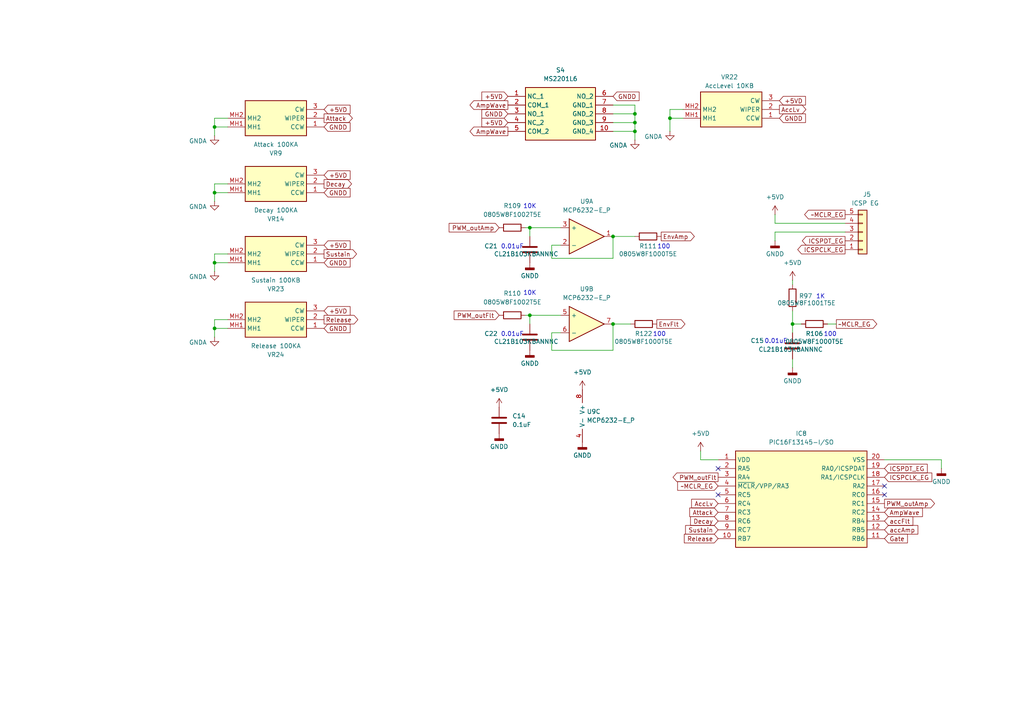
<source format=kicad_sch>
(kicad_sch (version 20250114) (generator "eeschema") (generator_version "9.0")
  (paper "A4")
  (lib_symbols
    (symbol "Connector_Generic:Conn_01x05" (pin_names (offset 1.016) (hide yes))
      (property "Reference" "J" (at 0 7.62 0))
      (property "Value" "Conn_01x05" (at 0 -7.62 0))
      (symbol "Conn_01x05_1_1"
        (rectangle (start -1.27 6.35) (end 1.27 -6.35) (stroke (width 0.254)) (fill (type background)))
        (rectangle (start -1.27 5.207) (end 0 4.953) (stroke (width 0.1524)))
        (rectangle (start -1.27 2.667) (end 0 2.413) (stroke (width 0.1524)))
        (rectangle (start -1.27 0.127) (end 0 -0.127) (stroke (width 0.1524)))
        (rectangle (start -1.27 -2.413) (end 0 -2.667) (stroke (width 0.1524)))
        (rectangle (start -1.27 -4.953) (end 0 -5.207) (stroke (width 0.1524)))
        (pin passive line (at -5.08 5.08 0) (length 3.81) (name "Pin_1") (number "1"))
        (pin passive line (at -5.08 2.54 0) (length 3.81) (name "Pin_2") (number "2"))
        (pin passive line (at -5.08 0 0) (length 3.81) (name "Pin_3") (number "3"))
        (pin passive line (at -5.08 -2.54 0) (length 3.81) (name "Pin_4") (number "4"))
        (pin passive line (at -5.08 -5.08 0) (length 3.81) (name "Pin_5") (number "5"))
      )
    )
    (symbol "Device:C" (pin_numbers (hide yes)) (pin_names (offset 0.254))
      (property "Reference" "C" (at 0.635 2.54 0))
      (property "Value" "C" (at 0.635 -2.54 0))
      (symbol "C_0_1"
        (polyline (pts (xy -2.032 0.762) (xy 2.032 0.762)) (stroke (width 0.508)))
        (polyline (pts (xy -2.032 -0.762) (xy 2.032 -0.762)) (stroke (width 0.508)))
      )
      (symbol "C_1_1"
        (pin passive line (at 0 3.81 270) (length 2.794) (name "~") (number "1"))
        (pin passive line (at 0 -3.81 90) (length 2.794) (name "~") (number "2"))
      )
    )
    (symbol "Device:Opamp_Dual"
      (property "Reference" "U" (at 0 5.08 0))
      (property "Value" "Opamp_Dual" (at 0 -5.08 0))
      (symbol "Opamp_Dual_1_1"
        (polyline (pts (xy -5.08 5.08) (xy 5.08 0) (xy -5.08 -5.08) (xy -5.08 5.08)) (stroke (width 0.254)) (fill (type background)))
        (pin input line (at -7.62 2.54 0) (length 2.54) (name "+") (number "3"))
        (pin input line (at -7.62 -2.54 0) (length 2.54) (name "-") (number "2"))
        (pin output line (at 7.62 0 180) (length 2.54) (name "~") (number "1"))
      )
      (symbol "Opamp_Dual_2_1"
        (polyline (pts (xy -5.08 5.08) (xy 5.08 0) (xy -5.08 -5.08) (xy -5.08 5.08)) (stroke (width 0.254)) (fill (type background)))
        (pin input line (at -7.62 2.54 0) (length 2.54) (name "+") (number "5"))
        (pin input line (at -7.62 -2.54 0) (length 2.54) (name "-") (number "6"))
        (pin output line (at 7.62 0 180) (length 2.54) (name "~") (number "7"))
      )
      (symbol "Opamp_Dual_3_1"
        (pin power_in line (at -2.54 7.62 270) (length 3.81) (name "V+") (number "8"))
        (pin power_in line (at -2.54 -7.62 90) (length 3.81) (name "V-") (number "4"))
      )
    )
    (symbol "Device:R" (pin_numbers (hide yes)) (pin_names (offset 0))
      (property "Reference" "R" (at 2.032 0 90))
      (property "Value" "R" (at 0 0 90))
      (symbol "R_0_1"
        (rectangle (start -1.016 -2.54) (end 1.016 2.54) (stroke (width 0.254)))
      )
      (symbol "R_1_1"
        (pin passive line (at 0 3.81 270) (length 1.27) (name "~") (number "1"))
        (pin passive line (at 0 -3.81 90) (length 1.27) (name "~") (number "2"))
      )
    )
    (symbol "SamacSys_Parts:MS2201L6"
      (property "Reference" "S" (at 26.67 7.62 0))
      (property "Value" "MS2201L6" (at 26.67 5.08 0))
      (symbol "MS2201L6_1_1"
        (rectangle (start 5.08 2.54) (end 25.4 -12.7) (stroke (width 0.254)) (fill (type background)))
        (pin passive line (at 0 0 0) (length 5.08) (name "NC_1") (number "1"))
        (pin passive line (at 0 -2.54 0) (length 5.08) (name "COM_1") (number "2"))
        (pin passive line (at 0 -5.08 0) (length 5.08) (name "NO_1") (number "3"))
        (pin passive line (at 0 -7.62 0) (length 5.08) (name "NC_2") (number "4"))
        (pin passive line (at 0 -10.16 0) (length 5.08) (name "COM_2") (number "5"))
        (pin passive line (at 30.48 0 180) (length 5.08) (name "NO_2") (number "6"))
        (pin passive line (at 30.48 -2.54 180) (length 5.08) (name "GND_1") (number "7"))
        (pin passive line (at 30.48 -5.08 180) (length 5.08) (name "GND_2") (number "8"))
        (pin passive line (at 30.48 -7.62 180) (length 5.08) (name "GND_3") (number "9"))
        (pin passive line (at 30.48 -10.16 180) (length 5.08) (name "GND_4") (number "10"))
      )
    )
    (symbol "SamacSys_Parts:PIC16F13145-I_P"
      (property "Reference" "IC" (at 44.45 7.62 0))
      (property "Value" "PIC16F13145-I_P" (at 44.45 5.08 0))
      (symbol "PIC16F13145-I_P_1_1"
        (rectangle (start 5.08 2.54) (end 43.18 -25.4) (stroke (width 0.254)) (fill (type background)))
        (pin passive line (at 0 0 0) (length 5.08) (name "VDD") (number "1"))
        (pin passive line (at 0 -2.54 0) (length 5.08) (name "RA5") (number "2"))
        (pin passive line (at 0 -5.08 0) (length 5.08) (name "RA4") (number "3"))
        (pin passive line (at 0 -7.62 0) (length 5.08) (name "~{MCLR}/VPP/RA3") (number "4"))
        (pin passive line (at 0 -10.16 0) (length 5.08) (name "RC5") (number "5"))
        (pin passive line (at 0 -12.7 0) (length 5.08) (name "RC4") (number "6"))
        (pin passive line (at 0 -15.24 0) (length 5.08) (name "RC3") (number "7"))
        (pin passive line (at 0 -17.78 0) (length 5.08) (name "RC6") (number "8"))
        (pin passive line (at 0 -20.32 0) (length 5.08) (name "RC7") (number "9"))
        (pin passive line (at 0 -22.86 0) (length 5.08) (name "RB7") (number "10"))
        (pin passive line (at 48.26 0 180) (length 5.08) (name "VSS") (number "20"))
        (pin passive line (at 48.26 -2.54 180) (length 5.08) (name "RA0/ICSPDAT") (number "19"))
        (pin passive line (at 48.26 -5.08 180) (length 5.08) (name "RA1/ICSPCLK") (number "18"))
        (pin passive line (at 48.26 -7.62 180) (length 5.08) (name "RA2") (number "17"))
        (pin passive line (at 48.26 -10.16 180) (length 5.08) (name "RC0") (number "16"))
        (pin passive line (at 48.26 -12.7 180) (length 5.08) (name "RC1") (number "15"))
        (pin passive line (at 48.26 -15.24 180) (length 5.08) (name "RC2") (number "14"))
        (pin passive line (at 48.26 -17.78 180) (length 5.08) (name "RB4") (number "13"))
        (pin passive line (at 48.26 -20.32 180) (length 5.08) (name "RB5") (number "12"))
        (pin passive line (at 48.26 -22.86 180) (length 5.08) (name "RB6") (number "11"))
      )
    )
    (symbol "SamacSys_Parts:RK09D117000B"
      (property "Reference" "VR" (at 24.13 7.62 0))
      (property "Value" "RK09D117000B" (at 24.13 5.08 0))
      (symbol "RK09D117000B_1_1"
        (rectangle (start 5.08 2.54) (end 22.86 -7.62) (stroke (width 0.254)) (fill (type background)))
        (pin passive line (at 0 0 0) (length 5.08) (name "CCW") (number "1"))
        (pin passive line (at 0 -2.54 0) (length 5.08) (name "WIPER") (number "2"))
        (pin passive line (at 0 -5.08 0) (length 5.08) (name "CW") (number "3"))
        (pin passive line (at 27.94 0 180) (length 5.08) (name "MH1") (number "MH1"))
        (pin passive line (at 27.94 -2.54 180) (length 5.08) (name "MH2") (number "MH2"))
      )
    )
    (symbol "power:+5VD" (power) (pin_numbers (hide yes)) (pin_names (offset 0) (hide yes))
      (property "Value" "+5VD" (at 0 3.556 0))
      (symbol "+5VD_0_1"
        (polyline (pts (xy -0.762 1.27) (xy 0 2.54)))
        (polyline (pts (xy 0 2.54) (xy 0.762 1.27)))
        (polyline (pts (xy 0 0) (xy 0 2.54)))
      )
      (symbol "+5VD_1_1"
        (pin power_in line (at 0 0 90) (length 0) (name "~") (number "1"))
      )
    )
    (symbol "power:GNDA" (power) (pin_numbers (hide yes)) (pin_names (offset 0) (hide yes))
      (property "Value" "GNDA" (at 0 -3.81 0))
      (symbol "GNDA_0_1"
        (polyline (pts (xy 0 0) (xy 0 -1.27) (xy 1.27 -1.27) (xy 0 -2.54) (xy -1.27 -1.27) (xy 0 -1.27)))
      )
      (symbol "GNDA_1_1"
        (pin power_in line (at 0 0 270) (length 0) (name "~") (number "1"))
      )
    )
    (symbol "power:GNDD" (power) (pin_numbers (hide yes)) (pin_names (offset 0) (hide yes))
      (property "Value" "GNDD" (at 0 -3.175 0))
      (symbol "GNDD_0_1"
        (rectangle (start -1.27 -1.524) (end 1.27 -2.032) (stroke (width 0.254)) (fill (type outline)))
        (polyline (pts (xy 0 0) (xy 0 -1.524)))
      )
      (symbol "GNDD_1_1"
        (pin power_in line (at 0 0 270) (length 0) (name "~") (number "1"))
      )
    )
  )
  (text "0.01uF" (at 148.59 71.628 0) (effects (font (size 1.27 1.27))))
  (text "1K" (at 237.998 86.106 0) (effects (font (size 1.27 1.27))))
  (text "100" (at 240.792 97.028 0) (effects (font (size 1.27 1.27))))
  (text "0.01uF" (at 148.59 97.028 0) (effects (font (size 1.27 1.27))))
  (text "100" (at 192.532 71.628 0) (effects (font (size 1.27 1.27))))
  (text "100" (at 191.262 97.028 0) (effects (font (size 1.27 1.27))))
  (text "10K" (at 153.67 85.09 0) (effects (font (size 1.27 1.27))))
  (text "10K" (at 153.67 59.944 0) (effects (font (size 1.27 1.27))))
  (text "0.01uF" (at 225.044 99.06 0) (effects (font (size 1.27 1.27))))
  (junction (at 62.23 36.83))
  (junction (at 177.8 93.98))
  (junction (at 153.67 91.44))
  (junction (at 184.15 35.56))
  (junction (at 62.23 95.25))
  (junction (at 229.87 93.98))
  (junction (at 62.23 55.88))
  (junction (at 177.8 68.58))
  (junction (at 62.23 76.2))
  (junction (at 153.67 66.04))
  (junction (at 184.15 38.1))
  (junction (at 194.31 34.29))
  (junction (at 184.15 33.02))
  (no_connect (at 256.54 143.51))
  (no_connect (at 208.28 135.89))
  (no_connect (at 208.28 143.51))
  (no_connect (at 256.54 140.97))
  (wire (pts (xy 177.8 74.93) (xy 177.8 68.58)))
  (wire (pts (xy 194.31 31.75) (xy 194.31 34.29)))
  (wire (pts (xy 62.23 92.71) (xy 62.23 95.25)))
  (wire (pts (xy 198.12 31.75) (xy 194.31 31.75)))
  (wire (pts (xy 177.8 38.1) (xy 184.15 38.1)))
  (wire (pts (xy 62.23 76.2) (xy 62.23 78.74)))
  (wire (pts (xy 62.23 76.2) (xy 66.04 76.2)))
  (wire (pts (xy 184.15 35.56) (xy 184.15 38.1)))
  (wire (pts (xy 62.23 36.83) (xy 62.23 39.37)))
  (wire (pts (xy 256.54 133.35) (xy 273.05 133.35)))
  (wire (pts (xy 229.87 93.98) (xy 229.87 96.52)))
  (wire (pts (xy 62.23 34.29) (xy 62.23 36.83)))
  (wire (pts (xy 152.4 91.44) (xy 153.67 91.44)))
  (wire (pts (xy 198.12 34.29) (xy 194.31 34.29)))
  (wire (pts (xy 240.03 93.98) (xy 242.57 93.98)))
  (wire (pts (xy 66.04 53.34) (xy 62.23 53.34)))
  (wire (pts (xy 152.4 66.04) (xy 153.67 66.04)))
  (wire (pts (xy 66.04 73.66) (xy 62.23 73.66)))
  (wire (pts (xy 66.04 92.71) (xy 62.23 92.71)))
  (wire (pts (xy 153.67 91.44) (xy 153.67 93.98)))
  (wire (pts (xy 160.02 74.93) (xy 177.8 74.93)))
  (wire (pts (xy 62.23 55.88) (xy 62.23 58.42)))
  (wire (pts (xy 177.8 30.48) (xy 184.15 30.48)))
  (wire (pts (xy 66.04 34.29) (xy 62.23 34.29)))
  (wire (pts (xy 62.23 95.25) (xy 62.23 97.79)))
  (wire (pts (xy 162.56 71.12) (xy 160.02 71.12)))
  (wire (pts (xy 229.87 93.98) (xy 232.41 93.98)))
  (wire (pts (xy 160.02 71.12) (xy 160.02 74.93)))
  (wire (pts (xy 184.15 30.48) (xy 184.15 33.02)))
  (wire (pts (xy 273.05 135.89) (xy 273.05 133.35)))
  (wire (pts (xy 177.8 93.98) (xy 182.88 93.98)))
  (wire (pts (xy 224.79 64.77) (xy 245.11 64.77)))
  (wire (pts (xy 208.28 133.35) (xy 203.2 133.35)))
  (wire (pts (xy 62.23 36.83) (xy 66.04 36.83)))
  (wire (pts (xy 184.15 33.02) (xy 184.15 35.56)))
  (wire (pts (xy 184.15 38.1) (xy 184.15 40.64)))
  (wire (pts (xy 177.8 101.6) (xy 177.8 93.98)))
  (wire (pts (xy 62.23 73.66) (xy 62.23 76.2)))
  (wire (pts (xy 62.23 55.88) (xy 66.04 55.88)))
  (wire (pts (xy 224.79 67.31) (xy 224.79 69.85)))
  (wire (pts (xy 177.8 68.58) (xy 184.15 68.58)))
  (wire (pts (xy 177.8 35.56) (xy 184.15 35.56)))
  (wire (pts (xy 153.67 66.04) (xy 162.56 66.04)))
  (wire (pts (xy 62.23 95.25) (xy 66.04 95.25)))
  (wire (pts (xy 153.67 91.44) (xy 162.56 91.44)))
  (wire (pts (xy 229.87 104.14) (xy 229.87 106.68)))
  (wire (pts (xy 62.23 53.34) (xy 62.23 55.88)))
  (wire (pts (xy 153.67 66.04) (xy 153.67 68.58)))
  (wire (pts (xy 160.02 96.52) (xy 160.02 101.6)))
  (wire (pts (xy 177.8 33.02) (xy 184.15 33.02)))
  (wire (pts (xy 160.02 101.6) (xy 177.8 101.6)))
  (wire (pts (xy 229.87 90.17) (xy 229.87 93.98)))
  (wire (pts (xy 229.87 81.28) (xy 229.87 82.55)))
  (wire (pts (xy 162.56 96.52) (xy 160.02 96.52)))
  (wire (pts (xy 194.31 34.29) (xy 194.31 38.1)))
  (wire (pts (xy 203.2 133.35) (xy 203.2 130.81)))
  (wire (pts (xy 224.79 62.23) (xy 224.79 64.77)))
  (wire (pts (xy 224.79 67.31) (xy 245.11 67.31)))
  (global_label "Sustain" (shape input) (at 208.28 153.67 180) (property "Intersheetrefs" "${INTERSHEET_REFS}" (effects (hide yes))))
  (global_label "Release" (shape output) (at 93.98 92.71 0) (property "Intersheetrefs" "${INTERSHEET_REFS}" (effects (hide yes))))
  (global_label "AccLv" (shape output) (at 226.06 31.75 0) (property "Intersheetrefs" "${INTERSHEET_REFS}" (effects (hide yes))))
  (global_label "AmpWave" (shape input) (at 256.54 148.59 0) (property "Intersheetrefs" "${INTERSHEET_REFS}" (effects (hide yes))))
  (global_label "Attack" (shape input) (at 208.28 148.59 180) (property "Intersheetrefs" "${INTERSHEET_REFS}" (effects (hide yes))))
  (global_label "AmpWave" (shape output) (at 147.32 38.1 180) (property "Intersheetrefs" "${INTERSHEET_REFS}" (effects (hide yes))))
  (global_label "accFlt" (shape input) (at 256.54 151.13 0) (property "Intersheetrefs" "${INTERSHEET_REFS}" (effects (hide yes))))
  (global_label "+5VD" (shape input) (at 93.98 50.8 0) (property "Intersheetrefs" "${INTERSHEET_REFS}" (effects (hide yes))))
  (global_label "Decay" (shape output) (at 93.98 53.34 0) (property "Intersheetrefs" "${INTERSHEET_REFS}" (effects (hide yes))))
  (global_label "GNDD" (shape input) (at 93.98 36.83 0) (property "Intersheetrefs" "${INTERSHEET_REFS}" (effects (hide yes))))
  (global_label "PWM_outAmp" (shape input) (at 144.78 66.04 180) (property "Intersheetrefs" "${INTERSHEET_REFS}" (effects (hide yes))))
  (global_label "accAmp" (shape input) (at 256.54 153.67 0) (property "Intersheetrefs" "${INTERSHEET_REFS}" (effects (hide yes))))
  (global_label "Gate" (shape input) (at 256.54 156.21 0) (property "Intersheetrefs" "${INTERSHEET_REFS}" (effects (hide yes))))
  (global_label "GNDD" (shape input) (at 93.98 95.25 0) (property "Intersheetrefs" "${INTERSHEET_REFS}" (effects (hide yes))))
  (global_label "ICSPCLK_EG" (shape input) (at 256.54 138.43 0) (property "Intersheetrefs" "${INTERSHEET_REFS}" (effects (hide yes))))
  (global_label "+5VD" (shape input) (at 93.98 90.17 0) (property "Intersheetrefs" "${INTERSHEET_REFS}" (effects (hide yes))))
  (global_label "Sustain" (shape output) (at 93.98 73.66 0) (property "Intersheetrefs" "${INTERSHEET_REFS}" (effects (hide yes))))
  (global_label "+5VD" (shape input) (at 147.32 35.56 180) (property "Intersheetrefs" "${INTERSHEET_REFS}" (effects (hide yes))))
  (global_label "ICSPDT_EG" (shape input) (at 256.54 135.89 0) (property "Intersheetrefs" "${INTERSHEET_REFS}" (effects (hide yes))))
  (global_label "~MCLR_EG" (shape input) (at 208.28 140.97 180) (property "Intersheetrefs" "${INTERSHEET_REFS}" (effects (hide yes))))
  (global_label "GNDD" (shape input) (at 177.8 27.94 0) (property "Intersheetrefs" "${INTERSHEET_REFS}" (effects (hide yes))))
  (global_label "GNDD" (shape input) (at 226.06 34.29 0) (property "Intersheetrefs" "${INTERSHEET_REFS}" (effects (hide yes))))
  (global_label "Release" (shape input) (at 208.28 156.21 180) (property "Intersheetrefs" "${INTERSHEET_REFS}" (effects (hide yes))))
  (global_label "AmpWave" (shape output) (at 147.32 30.48 180) (property "Intersheetrefs" "${INTERSHEET_REFS}" (effects (hide yes))))
  (global_label "EnvFlt" (shape output) (at 190.5 93.98 0) (property "Intersheetrefs" "${INTERSHEET_REFS}" (effects (hide yes))))
  (global_label "+5VD" (shape input) (at 147.32 27.94 180) (property "Intersheetrefs" "${INTERSHEET_REFS}" (effects (hide yes))))
  (global_label "PWM_outFlt" (shape input) (at 144.78 91.44 180) (property "Intersheetrefs" "${INTERSHEET_REFS}" (effects (hide yes))))
  (global_label "+5VD" (shape input) (at 226.06 29.21 0) (property "Intersheetrefs" "${INTERSHEET_REFS}" (effects (hide yes))))
  (global_label "+5VD" (shape input) (at 93.98 71.12 0) (property "Intersheetrefs" "${INTERSHEET_REFS}" (effects (hide yes))))
  (global_label "+5VD" (shape input) (at 93.98 31.75 0) (property "Intersheetrefs" "${INTERSHEET_REFS}" (effects (hide yes))))
  (global_label "GNDD" (shape input) (at 93.98 55.88 0) (property "Intersheetrefs" "${INTERSHEET_REFS}" (effects (hide yes))))
  (global_label "AccLv" (shape input) (at 208.28 146.05 180) (property "Intersheetrefs" "${INTERSHEET_REFS}" (effects (hide yes))))
  (global_label "EnvAmp" (shape output) (at 191.77 68.58 0) (property "Intersheetrefs" "${INTERSHEET_REFS}" (effects (hide yes))))
  (global_label "PWM_outFlt" (shape output) (at 208.28 138.43 180) (property "Intersheetrefs" "${INTERSHEET_REFS}" (effects (hide yes))))
  (global_label "~MCLR_EG" (shape output) (at 245.11 62.23 180) (property "Intersheetrefs" "${INTERSHEET_REFS}" (effects (hide yes))))
  (global_label "GNDD" (shape input) (at 93.98 76.2 0) (property "Intersheetrefs" "${INTERSHEET_REFS}" (effects (hide yes))))
  (global_label "Attack" (shape output) (at 93.98 34.29 0) (property "Intersheetrefs" "${INTERSHEET_REFS}" (effects (hide yes))))
  (global_label "PWM_outAmp" (shape output) (at 256.54 146.05 0) (property "Intersheetrefs" "${INTERSHEET_REFS}" (effects (hide yes))))
  (global_label "~MCLR_EG" (shape output) (at 242.57 93.98 0) (property "Intersheetrefs" "${INTERSHEET_REFS}" (effects (hide yes))))
  (global_label "ICSPCLK_EG" (shape output) (at 245.11 72.39 180) (property "Intersheetrefs" "${INTERSHEET_REFS}" (effects (hide yes))))
  (global_label "Decay" (shape input) (at 208.28 151.13 180) (property "Intersheetrefs" "${INTERSHEET_REFS}" (effects (hide yes))))
  (global_label "ICSPDT_EG" (shape output) (at 245.11 69.85 180) (property "Intersheetrefs" "${INTERSHEET_REFS}" (effects (hide yes))))
  (global_label "GNDD" (shape input) (at 147.32 33.02 180) (property "Intersheetrefs" "${INTERSHEET_REFS}" (effects (hide yes))))
  (symbol (lib_id "Device:R") (at 187.96 68.58 90) (unit 1)
    (property "Reference" "R111" (at 187.96 71.374 90))
    (property "Value" "0805W8F1000T5E" (at 187.96 73.66 90))
    (property "Footprint" "Resistor_SMD:R_0805_2012Metric_Pad1.20x1.40mm_HandSolder" (effects (hide yes)))
    (property "Description" "Resistor" (effects (hide yes)))
  )
  (symbol (lib_id "Device:R") (at 236.22 93.98 90) (unit 1)
    (property "Reference" "R106" (at 236.22 96.774 90))
    (property "Value" "0805W8F1000T5E" (at 236.22 99.06 90))
    (property "Footprint" "Resistor_SMD:R_0805_2012Metric_Pad1.20x1.40mm_HandSolder" (effects (hide yes)))
    (property "Description" "Resistor" (effects (hide yes)))
  )
  (symbol (lib_id "power:+5VD") (at 224.79 62.23 0) (mirror y) (unit 1)
    (property "Reference" "#PWR0203" (effects (hide yes)))
    (property "Value" "+5VD" (at 224.79 57.15 0))
    (property "Description" "Power symbol creates a global label with name \"+5VD\"" (effects (hide yes)))
  )
  (symbol (lib_id "Device:R") (at 186.69 93.98 90) (unit 1)
    (property "Reference" "R122" (at 186.69 96.774 90))
    (property "Value" "0805W8F1000T5E" (at 186.69 99.06 90))
    (property "Footprint" "Resistor_SMD:R_0805_2012Metric_Pad1.20x1.40mm_HandSolder" (effects (hide yes)))
    (property "Description" "Resistor" (effects (hide yes)))
  )
  (symbol (lib_id "Device:Opamp_Dual") (at 171.45 120.65 0) (unit 3)
    (property "Reference" "U9" (at 170.18 119.3799 0) (effects (justify left)))
    (property "Value" "MCP6232-E_P" (at 170.18 121.9199 0) (effects (justify left)))
    (property "Footprint" "Package_SO:SOIC-8_3.9x4.9mm_P1.27mm" (effects (hide yes)))
    (property "Description" "Dual operational amplifier" (effects (hide yes)))
    (property "Sim.Library" "${KICAD9_SYMBOL_DIR}/Simulation_SPICE.sp" (effects (hide yes)))
    (property "Sim.Name" "kicad_builtin_opamp_dual" (effects (hide yes)))
    (property "Sim.Device" "SUBCKT" (effects (hide yes)))
    (property "Sim.Pins" "1=out1 2=in1- 3=in1+ 4=vee 5=in2+ 6=in2- 7=out2 8=vcc" (effects (hide yes)))
  )
  (symbol (lib_id "Device:Opamp_Dual") (at 170.18 93.98 0) (unit 2)
    (property "Reference" "U9" (at 170.18 83.82 0))
    (property "Value" "MCP6232-E_P" (at 170.18 86.36 0))
    (property "Footprint" "Package_SO:SOIC-8_3.9x4.9mm_P1.27mm" (effects (hide yes)))
    (property "Description" "Dual operational amplifier" (effects (hide yes)))
    (property "Sim.Library" "${KICAD9_SYMBOL_DIR}/Simulation_SPICE.sp" (effects (hide yes)))
    (property "Sim.Name" "kicad_builtin_opamp_dual" (effects (hide yes)))
    (property "Sim.Device" "SUBCKT" (effects (hide yes)))
    (property "Sim.Pins" "1=out1 2=in1- 3=in1+ 4=vee 5=in2+ 6=in2- 7=out2 8=vcc" (effects (hide yes)))
  )
  (symbol (lib_id "Device:R") (at 229.87 86.36 180) (unit 1)
    (property "Reference" "R97" (at 233.68 85.852 0))
    (property "Value" "0805W8F1001T5E" (at 233.934 87.884 0))
    (property "Footprint" "Resistor_SMD:R_0805_2012Metric_Pad1.20x1.40mm_HandSolder" (effects (hide yes)))
    (property "Description" "Resistor" (effects (hide yes)))
  )
  (symbol (lib_id "Device:C") (at 229.87 100.33 0) (unit 1)
    (property "Reference" "C15" (at 217.678 98.806 0) (effects (justify left)))
    (property "Value" "CL21B103KBANNNC" (at 219.964 101.346 0) (effects (justify left)))
    (property "Footprint" "Capacitor_SMD:C_0805_2012Metric_Pad1.18x1.45mm_HandSolder" (effects (hide yes)))
    (property "Description" "Unpolarized capacitor" (effects (hide yes)))
  )
  (symbol (lib_id "power:GNDA") (at 62.23 97.79 0) (unit 1)
    (property "Reference" "#PWR066" (effects (hide yes)))
    (property "Value" "GNDA" (at 57.404 99.314 0))
    (property "Description" "Power symbol creates a global label with name \"GNDA\" , analog ground" (effects (hide yes)))
  )
  (symbol (lib_id "power:GNDA") (at 184.15 40.64 0) (unit 1)
    (property "Reference" "#PWR0167" (effects (hide yes)))
    (property "Value" "GNDA" (at 179.324 42.164 0))
    (property "Description" "Power symbol creates a global label with name \"GNDA\" , analog ground" (effects (hide yes)))
  )
  (symbol (lib_id "power:GNDD") (at 168.91 128.27 0) (unit 1)
    (property "Reference" "#PWR0202" (effects (hide yes)))
    (property "Value" "GNDD" (at 168.91 132.08 0))
    (property "Description" "Power symbol creates a global label with name \"GNDD\" , digital ground" (effects (hide yes)))
  )
  (symbol (lib_id "power:GNDD") (at 153.67 101.6 0) (unit 1)
    (property "Reference" "#PWR0207" (effects (hide yes)))
    (property "Value" "GNDD" (at 153.67 105.41 0))
    (property "Description" "Power symbol creates a global label with name \"GNDD\" , digital ground" (effects (hide yes)))
  )
  (symbol (lib_id "power:+5VD") (at 229.87 81.28 0) (mirror y) (unit 1)
    (property "Reference" "#PWR0208" (effects (hide yes)))
    (property "Value" "+5VD" (at 229.87 76.2 0))
    (property "Description" "Power symbol creates a global label with name \"+5VD\"" (effects (hide yes)))
  )
  (symbol (lib_id "SamacSys_Parts:PIC16F13145-I_P") (at 208.28 133.35 0) (unit 1)
    (property "Reference" "IC8" (at 232.41 125.73 0))
    (property "Value" "PIC16F13145-I/SO" (at 232.41 128.27 0))
    (property "Footprint" "Package_SO:SOIC-20W_7.5x12.8mm_P1.27mm" (effects (hide yes)))
    (property "Datasheet" "https://www.mouser.com/datasheet/2/268/PIC16F13145_Family_Microcontroller_Data_Sheet_DS40-3400619.pdf" (effects (hide yes)))
    (property "Description" "8-bit Microcontrollers - MCU 14KB Flash, 1024B RAM, 10b ADC, 8b DAC, CLB, CLC, 2x PWM, 2x CCP, HLT, WWDT," (effects (hide yes)))
    (property "Height" "5.334" (effects (hide yes)))
    (property "Manufacturer_Name" "Microchip" (effects (hide yes)))
    (property "Manufacturer_Part_Number" "PIC16F13145-I/P" (effects (hide yes)))
    (property "Mouser Part Number" "579-PIC16F13145-I/P" (effects (hide yes)))
    (property "Mouser Price/Stock" "https://www.mouser.co.uk/ProductDetail/Microchip-Technology/PIC16F13145-I-P?qs=mELouGlnn3dXxZh9BC%252BU6A%3D%3D" (effects (hide yes)))
  )
  (symbol (lib_id "Device:Opamp_Dual") (at 170.18 68.58 0) (unit 1)
    (property "Reference" "U9" (at 170.18 58.42 0))
    (property "Value" "MCP6232-E_P" (at 170.18 60.96 0))
    (property "Footprint" "Package_SO:SOIC-8_3.9x4.9mm_P1.27mm" (effects (hide yes)))
    (property "Description" "Dual operational amplifier" (effects (hide yes)))
    (property "Sim.Library" "${KICAD9_SYMBOL_DIR}/Simulation_SPICE.sp" (effects (hide yes)))
    (property "Sim.Name" "kicad_builtin_opamp_dual" (effects (hide yes)))
    (property "Sim.Device" "SUBCKT" (effects (hide yes)))
    (property "Sim.Pins" "1=out1 2=in1- 3=in1+ 4=vee 5=in2+ 6=in2- 7=out2 8=vcc" (effects (hide yes)))
  )
  (symbol (lib_id "power:GNDD") (at 273.05 135.89 0) (unit 1)
    (property "Reference" "#PWR082" (effects (hide yes)))
    (property "Value" "GNDD" (at 273.05 139.7 0))
    (property "Description" "Power symbol creates a global label with name \"GNDD\" , digital ground" (effects (hide yes)))
  )
  (symbol (lib_id "SamacSys_Parts:RK09D117000B") (at 93.98 76.2 180) (unit 1)
    (property "Reference" "VR23" (at 80.01 83.82 0))
    (property "Value" "Sustain 100KB" (at 80.01 81.28 0))
    (property "Footprint" "SamacSys_parts:RK09D117000B" (effects (hide yes)))
    (property "Datasheet" "https://tech.alpsalpine.com/prod/j/html/potentiometer/rotarypotentiometers/rk09k/rk09d117000b.html" (effects (hide yes)))
    (property "Description" "9-inch insulated shaft snap-in type RK09K/RK09D series" (effects (hide yes)))
    (property "Height" "30" (effects (hide yes)))
    (property "Manufacturer_Name" "ALPS Electric" (effects (hide yes)))
    (property "Manufacturer_Part_Number" "RK09D117000B" (effects (hide yes)))
    (property "Mouser Part Number" "688-RK09D117000B" (effects (hide yes)))
    (property "Mouser Price/Stock" "https://www.mouser.co.uk/ProductDetail/Alps-Alpine/RK09D117000B?qs=3cOf6TWd2rbc67829PEbEQ%3D%3D" (effects (hide yes)))
  )
  (symbol (lib_id "power:GNDA") (at 62.23 58.42 0) (unit 1)
    (property "Reference" "#PWR059" (effects (hide yes)))
    (property "Value" "GNDA" (at 57.404 59.944 0))
    (property "Description" "Power symbol creates a global label with name \"GNDA\" , analog ground" (effects (hide yes)))
  )
  (symbol (lib_id "Connector_Generic:Conn_01x05") (at 250.19 67.31 0) (mirror x) (unit 1)
    (property "Reference" "J5" (at 251.46 56.388 0))
    (property "Value" "ICSP EG" (at 250.952 58.928 0))
    (property "Footprint" "Connector_PinHeader_2.54mm:PinHeader_1x05_P2.54mm_Vertical" (effects (hide yes)))
    (property "Description" "Generic connector, single row, 01x05, script generated (kicad-library-utils/schlib/autogen/connector/)" (effects (hide yes)))
  )
  (symbol (lib_id "power:GNDD") (at 224.79 69.85 0) (unit 1)
    (property "Reference" "#PWR0204" (effects (hide yes)))
    (property "Value" "GNDD" (at 224.79 73.66 0))
    (property "Description" "Power symbol creates a global label with name \"GNDD\" , digital ground" (effects (hide yes)))
  )
  (symbol (lib_id "SamacSys_Parts:RK09D117000B") (at 93.98 36.83 180) (unit 1)
    (property "Reference" "VR9" (at 80.01 44.45 0))
    (property "Value" "Attack 100KA" (at 80.01 41.91 0))
    (property "Footprint" "SamacSys_parts:RK09D117000B" (effects (hide yes)))
    (property "Datasheet" "https://tech.alpsalpine.com/prod/j/html/potentiometer/rotarypotentiometers/rk09k/rk09d117000b.html" (effects (hide yes)))
    (property "Description" "9-inch insulated shaft snap-in type RK09K/RK09D series" (effects (hide yes)))
    (property "Height" "30" (effects (hide yes)))
    (property "Manufacturer_Name" "ALPS Electric" (effects (hide yes)))
    (property "Manufacturer_Part_Number" "RK09D117000B" (effects (hide yes)))
    (property "Mouser Part Number" "688-RK09D117000B" (effects (hide yes)))
    (property "Mouser Price/Stock" "https://www.mouser.co.uk/ProductDetail/Alps-Alpine/RK09D117000B?qs=3cOf6TWd2rbc67829PEbEQ%3D%3D" (effects (hide yes)))
  )
  (symbol (lib_id "power:GNDD") (at 153.67 76.2 0) (unit 1)
    (property "Reference" "#PWR0206" (effects (hide yes)))
    (property "Value" "GNDD" (at 153.67 80.01 0))
    (property "Description" "Power symbol creates a global label with name \"GNDD\" , digital ground" (effects (hide yes)))
  )
  (symbol (lib_id "Device:C") (at 153.67 97.79 0) (unit 1)
    (property "Reference" "C22" (at 140.462 96.774 0) (effects (justify left)))
    (property "Value" "CL21B103KBANNNC" (at 143.256 99.06 0) (effects (justify left)))
    (property "Footprint" "Capacitor_SMD:C_0805_2012Metric_Pad1.18x1.45mm_HandSolder" (effects (hide yes)))
    (property "Description" "Unpolarized capacitor" (effects (hide yes)))
  )
  (symbol (lib_id "power:GNDA") (at 62.23 78.74 0) (unit 1)
    (property "Reference" "#PWR060" (effects (hide yes)))
    (property "Value" "GNDA" (at 57.404 80.264 0))
    (property "Description" "Power symbol creates a global label with name \"GNDA\" , analog ground" (effects (hide yes)))
  )
  (symbol (lib_id "power:GNDD") (at 144.78 125.73 0) (unit 1)
    (property "Reference" "#PWR0115" (effects (hide yes)))
    (property "Value" "GNDD" (at 144.78 129.54 0))
    (property "Description" "Power symbol creates a global label with name \"GNDD\" , digital ground" (effects (hide yes)))
  )
  (symbol (lib_id "Device:C") (at 153.67 72.39 0) (unit 1)
    (property "Reference" "C21" (at 140.462 71.374 0) (effects (justify left)))
    (property "Value" "CL21B103KBANNNC" (at 143.256 73.66 0) (effects (justify left)))
    (property "Footprint" "Capacitor_SMD:C_0805_2012Metric_Pad1.18x1.45mm_HandSolder" (effects (hide yes)))
    (property "Description" "Unpolarized capacitor" (effects (hide yes)))
  )
  (symbol (lib_id "Device:C") (at 144.78 121.92 0) (unit 1)
    (property "Reference" "C14" (at 148.59 120.6499 0) (effects (justify left)))
    (property "Value" "0.1uF" (at 148.59 123.1899 0) (effects (justify left)))
    (property "Footprint" "Capacitor_SMD:C_0805_2012Metric_Pad1.18x1.45mm_HandSolder" (effects (hide yes)))
    (property "Description" "Unpolarized capacitor" (effects (hide yes)))
  )
  (symbol (lib_id "SamacSys_Parts:MS2201L6") (at 147.32 27.94 0) (unit 1)
    (property "Reference" "S4" (at 162.56 20.32 0))
    (property "Value" "MS2201L6" (at 162.56 22.86 0))
    (property "Footprint" "SamacSys_parts:MS2201L6" (effects (hide yes)))
    (property "Datasheet" "https://www.citrelay.com/Catalog%20Pages/SwitchCatalog/MS2201.pdf" (effects (hide yes)))
    (property "Description" "SLIDE SWITCH DPDT 200MA 30VDC" (effects (hide yes)))
    (property "Height" "14.1" (effects (hide yes)))
    (property "Manufacturer_Name" "CIT Relay & Switch" (effects (hide yes)))
    (property "Manufacturer_Part_Number" "MS2201L6" (effects (hide yes)))
    (instances (project "" (path "" (reference "S4") (unit 1))) (project "" (path "" (reference "S3") (unit 1))))
  )
  (symbol (lib_id "SamacSys_Parts:RK09D117000B") (at 226.06 34.29 180) (unit 1)
    (property "Reference" "VR22" (at 211.582 22.352 0))
    (property "Value" "AccLevel 10KB" (at 211.582 24.892 0))
    (property "Footprint" "SamacSys_parts:RK09D117000B" (effects (hide yes)))
    (property "Datasheet" "https://tech.alpsalpine.com/prod/j/html/potentiometer/rotarypotentiometers/rk09k/rk09d117000b.html" (effects (hide yes)))
    (property "Description" "9-inch insulated shaft snap-in type RK09K/RK09D series" (effects (hide yes)))
    (property "Height" "30" (effects (hide yes)))
    (property "Manufacturer_Name" "ALPS Electric" (effects (hide yes)))
    (property "Manufacturer_Part_Number" "RK09D117000B" (effects (hide yes)))
    (property "Mouser Part Number" "688-RK09D117000B" (effects (hide yes)))
    (property "Mouser Price/Stock" "https://www.mouser.co.uk/ProductDetail/Alps-Alpine/RK09D117000B?qs=3cOf6TWd2rbc67829PEbEQ%3D%3D" (effects (hide yes)))
  )
  (symbol (lib_id "SamacSys_Parts:RK09D117000B") (at 93.98 55.88 180) (unit 1)
    (property "Reference" "VR14" (at 80.01 63.5 0))
    (property "Value" "Decay 100KA" (at 80.01 60.96 0))
    (property "Footprint" "SamacSys_parts:RK09D117000B" (effects (hide yes)))
    (property "Datasheet" "https://tech.alpsalpine.com/prod/j/html/potentiometer/rotarypotentiometers/rk09k/rk09d117000b.html" (effects (hide yes)))
    (property "Description" "9-inch insulated shaft snap-in type RK09K/RK09D series" (effects (hide yes)))
    (property "Height" "30" (effects (hide yes)))
    (property "Manufacturer_Name" "ALPS Electric" (effects (hide yes)))
    (property "Manufacturer_Part_Number" "RK09D117000B" (effects (hide yes)))
    (property "Mouser Part Number" "688-RK09D117000B" (effects (hide yes)))
    (property "Mouser Price/Stock" "https://www.mouser.co.uk/ProductDetail/Alps-Alpine/RK09D117000B?qs=3cOf6TWd2rbc67829PEbEQ%3D%3D" (effects (hide yes)))
  )
  (symbol (lib_id "power:+5VD") (at 168.91 113.03 0) (unit 1)
    (property "Reference" "#PWR0200" (effects (hide yes)))
    (property "Value" "+5VD" (at 168.91 107.95 0))
    (property "Description" "Power symbol creates a global label with name \"+5VD\"" (effects (hide yes)))
  )
  (symbol (lib_id "power:+5VD") (at 203.2 130.81 0) (unit 1)
    (property "Reference" "#PWR0201" (effects (hide yes)))
    (property "Value" "+5VD" (at 203.2 125.73 0))
    (property "Description" "Power symbol creates a global label with name \"+5VD\"" (effects (hide yes)))
  )
  (symbol (lib_id "Device:R") (at 148.59 66.04 90) (unit 1)
    (property "Reference" "R109" (at 148.59 59.69 90))
    (property "Value" "0805W8F1002T5E" (at 148.59 62.23 90))
    (property "Footprint" "Resistor_SMD:R_0805_2012Metric_Pad1.20x1.40mm_HandSolder" (effects (hide yes)))
    (property "Description" "Resistor" (effects (hide yes)))
  )
  (symbol (lib_id "Device:R") (at 148.59 91.44 90) (unit 1)
    (property "Reference" "R110" (at 148.59 85.09 90))
    (property "Value" "0805W8F1002T5E" (at 148.59 87.63 90))
    (property "Footprint" "Resistor_SMD:R_0805_2012Metric_Pad1.20x1.40mm_HandSolder" (effects (hide yes)))
    (property "Description" "Resistor" (effects (hide yes)))
  )
  (symbol (lib_id "power:GNDD") (at 229.87 106.68 0) (unit 1)
    (property "Reference" "#PWR0209" (effects (hide yes)))
    (property "Value" "GNDD" (at 229.87 110.49 0))
    (property "Description" "Power symbol creates a global label with name \"GNDD\" , digital ground" (effects (hide yes)))
  )
  (symbol (lib_id "power:GNDA") (at 62.23 39.37 0) (unit 1)
    (property "Reference" "#PWR044" (effects (hide yes)))
    (property "Value" "GNDA" (at 57.404 40.894 0))
    (property "Description" "Power symbol creates a global label with name \"GNDA\" , analog ground" (effects (hide yes)))
  )
  (symbol (lib_id "SamacSys_Parts:RK09D117000B") (at 93.98 95.25 180) (unit 1)
    (property "Reference" "VR24" (at 80.01 102.87 0))
    (property "Value" "Release 100KA" (at 80.01 100.33 0))
    (property "Footprint" "SamacSys_parts:RK09D117000B" (effects (hide yes)))
    (property "Datasheet" "https://tech.alpsalpine.com/prod/j/html/potentiometer/rotarypotentiometers/rk09k/rk09d117000b.html" (effects (hide yes)))
    (property "Description" "9-inch insulated shaft snap-in type RK09K/RK09D series" (effects (hide yes)))
    (property "Height" "30" (effects (hide yes)))
    (property "Manufacturer_Name" "ALPS Electric" (effects (hide yes)))
    (property "Manufacturer_Part_Number" "RK09D117000B" (effects (hide yes)))
    (property "Mouser Part Number" "688-RK09D117000B" (effects (hide yes)))
    (property "Mouser Price/Stock" "https://www.mouser.co.uk/ProductDetail/Alps-Alpine/RK09D117000B?qs=3cOf6TWd2rbc67829PEbEQ%3D%3D" (effects (hide yes)))
  )
  (symbol (lib_id "power:GNDA") (at 194.31 38.1 0) (unit 1)
    (property "Reference" "#PWR0168" (effects (hide yes)))
    (property "Value" "GNDA" (at 189.484 39.624 0))
    (property "Description" "Power symbol creates a global label with name \"GNDA\" , analog ground" (effects (hide yes)))
  )
  (symbol (lib_id "power:+5VD") (at 144.78 118.11 0) (unit 1)
    (property "Reference" "#PWR097" (effects (hide yes)))
    (property "Value" "+5VD" (at 144.78 113.03 0))
    (property "Description" "Power symbol creates a global label with name \"+5VD\"" (effects (hide yes)))
  )
)
</source>
